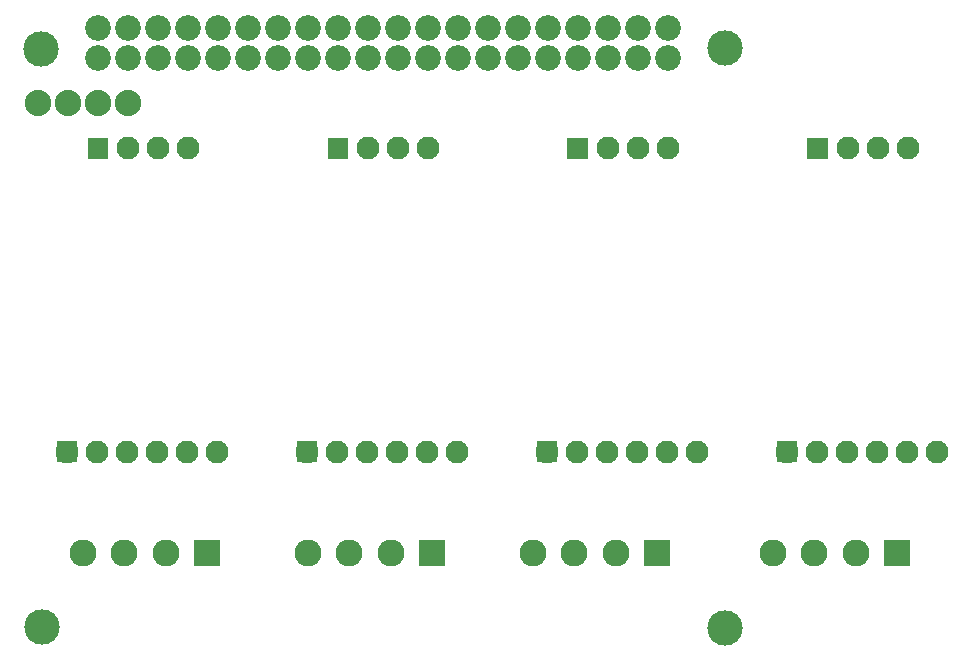
<source format=gts>
G04 MADE WITH FRITZING*
G04 WWW.FRITZING.ORG*
G04 DOUBLE SIDED*
G04 HOLES PLATED*
G04 CONTOUR ON CENTER OF CONTOUR VECTOR*
%ASAXBY*%
%FSLAX23Y23*%
%MOIN*%
%OFA0B0*%
%SFA1.0B1.0*%
%ADD10C,0.090000*%
%ADD11C,0.088000*%
%ADD12C,0.085361*%
%ADD13C,0.118268*%
%ADD14C,0.076555*%
%ADD15C,0.059194*%
%ADD16R,0.090000X0.090000*%
%ADD17R,0.001000X0.001000*%
%LNMASK1*%
G90*
G70*
G54D10*
X707Y388D03*
X569Y388D03*
X431Y388D03*
X293Y388D03*
X3007Y388D03*
X2869Y388D03*
X2731Y388D03*
X2593Y388D03*
X1457Y388D03*
X1319Y388D03*
X1181Y388D03*
X1043Y388D03*
X2207Y388D03*
X2069Y388D03*
X1931Y388D03*
X1793Y388D03*
G54D11*
X443Y1888D03*
X343Y1888D03*
X243Y1888D03*
X143Y1888D03*
G54D12*
X343Y2038D03*
X443Y2038D03*
X543Y2038D03*
X643Y2038D03*
X743Y2038D03*
X843Y2038D03*
X943Y2038D03*
X1043Y2038D03*
X1143Y2038D03*
X1243Y2038D03*
X1343Y2038D03*
X1443Y2038D03*
X1543Y2038D03*
X1643Y2038D03*
X1743Y2038D03*
X1843Y2038D03*
X1943Y2038D03*
X2043Y2038D03*
X2143Y2038D03*
X2243Y2038D03*
X2243Y2138D03*
X2143Y2138D03*
X2043Y2138D03*
X1943Y2138D03*
X1843Y2138D03*
X1743Y2138D03*
X1643Y2138D03*
X1543Y2138D03*
X1443Y2138D03*
X1343Y2138D03*
X1243Y2138D03*
X1143Y2138D03*
X1043Y2138D03*
X943Y2138D03*
X843Y2138D03*
X743Y2138D03*
X643Y2138D03*
X543Y2138D03*
X443Y2138D03*
X343Y2138D03*
G54D13*
X2433Y2072D03*
X153Y2071D03*
X157Y142D03*
X2432Y138D03*
G54D14*
X2741Y726D03*
X2841Y726D03*
X2941Y726D03*
X3041Y726D03*
X3141Y726D03*
X2641Y726D03*
X2843Y1738D03*
X2943Y1738D03*
G54D15*
X2743Y1738D03*
G54D14*
X3043Y1738D03*
X341Y726D03*
X441Y726D03*
X541Y726D03*
X641Y726D03*
X741Y726D03*
X241Y726D03*
X443Y1738D03*
X543Y1738D03*
G54D15*
X343Y1738D03*
G54D14*
X643Y1738D03*
X1141Y726D03*
X1241Y726D03*
X1341Y726D03*
X1441Y726D03*
X1541Y726D03*
X1041Y726D03*
X1243Y1738D03*
X1343Y1738D03*
G54D15*
X1143Y1738D03*
G54D14*
X1443Y1738D03*
X1941Y726D03*
X2041Y726D03*
X2141Y726D03*
X2241Y726D03*
X2341Y726D03*
X1841Y726D03*
X2043Y1738D03*
X2143Y1738D03*
G54D15*
X1943Y1738D03*
G54D14*
X2243Y1738D03*
G54D16*
X707Y388D03*
X3007Y388D03*
X1457Y388D03*
X2207Y388D03*
G54D17*
X309Y1773D02*
X377Y1773D01*
X1109Y1773D02*
X1177Y1773D01*
X1908Y1773D02*
X1977Y1773D01*
X2708Y1773D02*
X2777Y1773D01*
X309Y1772D02*
X377Y1772D01*
X1109Y1772D02*
X1177Y1772D01*
X1908Y1772D02*
X1977Y1772D01*
X2708Y1772D02*
X2777Y1772D01*
X309Y1771D02*
X377Y1771D01*
X1109Y1771D02*
X1177Y1771D01*
X1908Y1771D02*
X1977Y1771D01*
X2708Y1771D02*
X2777Y1771D01*
X309Y1770D02*
X377Y1770D01*
X1109Y1770D02*
X1177Y1770D01*
X1908Y1770D02*
X1977Y1770D01*
X2708Y1770D02*
X2777Y1770D01*
X309Y1769D02*
X377Y1769D01*
X1109Y1769D02*
X1177Y1769D01*
X1908Y1769D02*
X1977Y1769D01*
X2708Y1769D02*
X2777Y1769D01*
X309Y1768D02*
X377Y1768D01*
X1109Y1768D02*
X1177Y1768D01*
X1908Y1768D02*
X1977Y1768D01*
X2708Y1768D02*
X2777Y1768D01*
X309Y1767D02*
X377Y1767D01*
X1109Y1767D02*
X1177Y1767D01*
X1908Y1767D02*
X1977Y1767D01*
X2708Y1767D02*
X2777Y1767D01*
X309Y1766D02*
X377Y1766D01*
X1109Y1766D02*
X1177Y1766D01*
X1908Y1766D02*
X1977Y1766D01*
X2708Y1766D02*
X2777Y1766D01*
X309Y1765D02*
X377Y1765D01*
X1109Y1765D02*
X1177Y1765D01*
X1908Y1765D02*
X1977Y1765D01*
X2708Y1765D02*
X2777Y1765D01*
X309Y1764D02*
X377Y1764D01*
X1109Y1764D02*
X1177Y1764D01*
X1908Y1764D02*
X1977Y1764D01*
X2708Y1764D02*
X2777Y1764D01*
X309Y1763D02*
X377Y1763D01*
X1109Y1763D02*
X1177Y1763D01*
X1908Y1763D02*
X1977Y1763D01*
X2708Y1763D02*
X2777Y1763D01*
X309Y1762D02*
X377Y1762D01*
X1109Y1762D02*
X1177Y1762D01*
X1908Y1762D02*
X1977Y1762D01*
X2708Y1762D02*
X2777Y1762D01*
X309Y1761D02*
X377Y1761D01*
X1109Y1761D02*
X1177Y1761D01*
X1908Y1761D02*
X1977Y1761D01*
X2708Y1761D02*
X2777Y1761D01*
X309Y1760D02*
X377Y1760D01*
X1109Y1760D02*
X1177Y1760D01*
X1908Y1760D02*
X1977Y1760D01*
X2708Y1760D02*
X2777Y1760D01*
X309Y1759D02*
X377Y1759D01*
X1109Y1759D02*
X1177Y1759D01*
X1908Y1759D02*
X1977Y1759D01*
X2708Y1759D02*
X2777Y1759D01*
X309Y1758D02*
X377Y1758D01*
X1109Y1758D02*
X1177Y1758D01*
X1908Y1758D02*
X1977Y1758D01*
X2708Y1758D02*
X2777Y1758D01*
X309Y1757D02*
X377Y1757D01*
X1109Y1757D02*
X1177Y1757D01*
X1908Y1757D02*
X1977Y1757D01*
X2708Y1757D02*
X2777Y1757D01*
X309Y1756D02*
X377Y1756D01*
X1109Y1756D02*
X1177Y1756D01*
X1908Y1756D02*
X1977Y1756D01*
X2708Y1756D02*
X2777Y1756D01*
X309Y1755D02*
X377Y1755D01*
X1109Y1755D02*
X1177Y1755D01*
X1908Y1755D02*
X1977Y1755D01*
X2708Y1755D02*
X2777Y1755D01*
X309Y1754D02*
X377Y1754D01*
X1109Y1754D02*
X1177Y1754D01*
X1908Y1754D02*
X1977Y1754D01*
X2708Y1754D02*
X2777Y1754D01*
X309Y1753D02*
X377Y1753D01*
X1109Y1753D02*
X1177Y1753D01*
X1908Y1753D02*
X1977Y1753D01*
X2708Y1753D02*
X2777Y1753D01*
X309Y1752D02*
X340Y1752D01*
X346Y1752D02*
X377Y1752D01*
X1109Y1752D02*
X1140Y1752D01*
X1146Y1752D02*
X1177Y1752D01*
X1908Y1752D02*
X1940Y1752D01*
X1946Y1752D02*
X1977Y1752D01*
X2708Y1752D02*
X2739Y1752D01*
X2746Y1752D02*
X2777Y1752D01*
X309Y1751D02*
X337Y1751D01*
X349Y1751D02*
X377Y1751D01*
X1109Y1751D02*
X1137Y1751D01*
X1149Y1751D02*
X1177Y1751D01*
X1908Y1751D02*
X1937Y1751D01*
X1949Y1751D02*
X1977Y1751D01*
X2708Y1751D02*
X2736Y1751D01*
X2749Y1751D02*
X2777Y1751D01*
X309Y1750D02*
X335Y1750D01*
X351Y1750D02*
X377Y1750D01*
X1109Y1750D02*
X1135Y1750D01*
X1151Y1750D02*
X1177Y1750D01*
X1908Y1750D02*
X1935Y1750D01*
X1951Y1750D02*
X1977Y1750D01*
X2708Y1750D02*
X2735Y1750D01*
X2751Y1750D02*
X2777Y1750D01*
X309Y1749D02*
X334Y1749D01*
X352Y1749D02*
X377Y1749D01*
X1109Y1749D02*
X1134Y1749D01*
X1152Y1749D02*
X1177Y1749D01*
X1908Y1749D02*
X1934Y1749D01*
X1952Y1749D02*
X1977Y1749D01*
X2708Y1749D02*
X2734Y1749D01*
X2752Y1749D02*
X2777Y1749D01*
X309Y1748D02*
X333Y1748D01*
X353Y1748D02*
X377Y1748D01*
X1109Y1748D02*
X1133Y1748D01*
X1153Y1748D02*
X1177Y1748D01*
X1908Y1748D02*
X1933Y1748D01*
X1953Y1748D02*
X1977Y1748D01*
X2708Y1748D02*
X2732Y1748D01*
X2753Y1748D02*
X2777Y1748D01*
X309Y1747D02*
X332Y1747D01*
X354Y1747D02*
X377Y1747D01*
X1109Y1747D02*
X1132Y1747D01*
X1154Y1747D02*
X1177Y1747D01*
X1908Y1747D02*
X1932Y1747D01*
X1954Y1747D02*
X1977Y1747D01*
X2708Y1747D02*
X2732Y1747D01*
X2754Y1747D02*
X2777Y1747D01*
X309Y1746D02*
X331Y1746D01*
X355Y1746D02*
X377Y1746D01*
X1109Y1746D02*
X1131Y1746D01*
X1155Y1746D02*
X1177Y1746D01*
X1908Y1746D02*
X1931Y1746D01*
X1955Y1746D02*
X1977Y1746D01*
X2708Y1746D02*
X2731Y1746D01*
X2755Y1746D02*
X2777Y1746D01*
X309Y1745D02*
X330Y1745D01*
X355Y1745D02*
X377Y1745D01*
X1109Y1745D02*
X1130Y1745D01*
X1155Y1745D02*
X1177Y1745D01*
X1908Y1745D02*
X1930Y1745D01*
X1955Y1745D02*
X1977Y1745D01*
X2708Y1745D02*
X2730Y1745D01*
X2755Y1745D02*
X2777Y1745D01*
X309Y1744D02*
X330Y1744D01*
X356Y1744D02*
X377Y1744D01*
X1109Y1744D02*
X1130Y1744D01*
X1156Y1744D02*
X1177Y1744D01*
X1908Y1744D02*
X1930Y1744D01*
X1956Y1744D02*
X1977Y1744D01*
X2708Y1744D02*
X2730Y1744D01*
X2756Y1744D02*
X2777Y1744D01*
X309Y1743D02*
X330Y1743D01*
X356Y1743D02*
X377Y1743D01*
X1109Y1743D02*
X1129Y1743D01*
X1156Y1743D02*
X1177Y1743D01*
X1908Y1743D02*
X1929Y1743D01*
X1956Y1743D02*
X1977Y1743D01*
X2708Y1743D02*
X2729Y1743D01*
X2756Y1743D02*
X2777Y1743D01*
X309Y1742D02*
X329Y1742D01*
X357Y1742D02*
X377Y1742D01*
X1109Y1742D02*
X1129Y1742D01*
X1156Y1742D02*
X1177Y1742D01*
X1908Y1742D02*
X1929Y1742D01*
X1956Y1742D02*
X1977Y1742D01*
X2708Y1742D02*
X2729Y1742D01*
X2756Y1742D02*
X2777Y1742D01*
X309Y1741D02*
X329Y1741D01*
X357Y1741D02*
X377Y1741D01*
X1109Y1741D02*
X1129Y1741D01*
X1157Y1741D02*
X1177Y1741D01*
X1908Y1741D02*
X1929Y1741D01*
X1957Y1741D02*
X1977Y1741D01*
X2708Y1741D02*
X2729Y1741D01*
X2757Y1741D02*
X2777Y1741D01*
X309Y1740D02*
X329Y1740D01*
X357Y1740D02*
X377Y1740D01*
X1109Y1740D02*
X1129Y1740D01*
X1157Y1740D02*
X1177Y1740D01*
X1908Y1740D02*
X1929Y1740D01*
X1957Y1740D02*
X1977Y1740D01*
X2708Y1740D02*
X2729Y1740D01*
X2757Y1740D02*
X2777Y1740D01*
X309Y1739D02*
X329Y1739D01*
X357Y1739D02*
X377Y1739D01*
X1109Y1739D02*
X1129Y1739D01*
X1157Y1739D02*
X1177Y1739D01*
X1908Y1739D02*
X1929Y1739D01*
X1957Y1739D02*
X1977Y1739D01*
X2708Y1739D02*
X2729Y1739D01*
X2757Y1739D02*
X2777Y1739D01*
X309Y1738D02*
X329Y1738D01*
X357Y1738D02*
X377Y1738D01*
X1109Y1738D02*
X1129Y1738D01*
X1157Y1738D02*
X1177Y1738D01*
X1908Y1738D02*
X1929Y1738D01*
X1957Y1738D02*
X1977Y1738D01*
X2708Y1738D02*
X2729Y1738D01*
X2757Y1738D02*
X2777Y1738D01*
X309Y1737D02*
X329Y1737D01*
X357Y1737D02*
X377Y1737D01*
X1109Y1737D02*
X1129Y1737D01*
X1157Y1737D02*
X1177Y1737D01*
X1908Y1737D02*
X1929Y1737D01*
X1957Y1737D02*
X1977Y1737D01*
X2708Y1737D02*
X2729Y1737D01*
X2757Y1737D02*
X2777Y1737D01*
X309Y1736D02*
X329Y1736D01*
X357Y1736D02*
X377Y1736D01*
X1109Y1736D02*
X1129Y1736D01*
X1157Y1736D02*
X1177Y1736D01*
X1908Y1736D02*
X1929Y1736D01*
X1957Y1736D02*
X1977Y1736D01*
X2708Y1736D02*
X2729Y1736D01*
X2757Y1736D02*
X2777Y1736D01*
X309Y1735D02*
X329Y1735D01*
X356Y1735D02*
X377Y1735D01*
X1109Y1735D02*
X1129Y1735D01*
X1156Y1735D02*
X1177Y1735D01*
X1908Y1735D02*
X1929Y1735D01*
X1956Y1735D02*
X1977Y1735D01*
X2708Y1735D02*
X2729Y1735D01*
X2756Y1735D02*
X2777Y1735D01*
X309Y1734D02*
X330Y1734D01*
X356Y1734D02*
X377Y1734D01*
X1109Y1734D02*
X1130Y1734D01*
X1156Y1734D02*
X1177Y1734D01*
X1908Y1734D02*
X1930Y1734D01*
X1956Y1734D02*
X1977Y1734D01*
X2708Y1734D02*
X2730Y1734D01*
X2756Y1734D02*
X2777Y1734D01*
X309Y1733D02*
X330Y1733D01*
X356Y1733D02*
X377Y1733D01*
X1109Y1733D02*
X1130Y1733D01*
X1156Y1733D02*
X1177Y1733D01*
X1908Y1733D02*
X1930Y1733D01*
X1956Y1733D02*
X1977Y1733D01*
X2708Y1733D02*
X2730Y1733D01*
X2756Y1733D02*
X2777Y1733D01*
X309Y1732D02*
X331Y1732D01*
X355Y1732D02*
X377Y1732D01*
X1109Y1732D02*
X1131Y1732D01*
X1155Y1732D02*
X1177Y1732D01*
X1908Y1732D02*
X1931Y1732D01*
X1955Y1732D02*
X1977Y1732D01*
X2708Y1732D02*
X2731Y1732D01*
X2755Y1732D02*
X2777Y1732D01*
X309Y1731D02*
X331Y1731D01*
X354Y1731D02*
X377Y1731D01*
X1109Y1731D02*
X1131Y1731D01*
X1154Y1731D02*
X1177Y1731D01*
X1908Y1731D02*
X1931Y1731D01*
X1954Y1731D02*
X1977Y1731D01*
X2708Y1731D02*
X2731Y1731D01*
X2754Y1731D02*
X2777Y1731D01*
X309Y1730D02*
X332Y1730D01*
X354Y1730D02*
X377Y1730D01*
X1109Y1730D02*
X1132Y1730D01*
X1154Y1730D02*
X1177Y1730D01*
X1908Y1730D02*
X1932Y1730D01*
X1954Y1730D02*
X1977Y1730D01*
X2708Y1730D02*
X2732Y1730D01*
X2753Y1730D02*
X2777Y1730D01*
X309Y1729D02*
X333Y1729D01*
X353Y1729D02*
X377Y1729D01*
X1109Y1729D02*
X1133Y1729D01*
X1153Y1729D02*
X1177Y1729D01*
X1908Y1729D02*
X1933Y1729D01*
X1953Y1729D02*
X1977Y1729D01*
X2708Y1729D02*
X2733Y1729D01*
X2753Y1729D02*
X2777Y1729D01*
X309Y1728D02*
X334Y1728D01*
X352Y1728D02*
X377Y1728D01*
X1109Y1728D02*
X1134Y1728D01*
X1151Y1728D02*
X1177Y1728D01*
X1908Y1728D02*
X1934Y1728D01*
X1951Y1728D02*
X1977Y1728D01*
X2708Y1728D02*
X2734Y1728D01*
X2751Y1728D02*
X2777Y1728D01*
X309Y1727D02*
X336Y1727D01*
X350Y1727D02*
X377Y1727D01*
X1109Y1727D02*
X1136Y1727D01*
X1150Y1727D02*
X1177Y1727D01*
X1908Y1727D02*
X1936Y1727D01*
X1950Y1727D02*
X1977Y1727D01*
X2708Y1727D02*
X2736Y1727D01*
X2750Y1727D02*
X2777Y1727D01*
X309Y1726D02*
X338Y1726D01*
X348Y1726D02*
X377Y1726D01*
X1109Y1726D02*
X1138Y1726D01*
X1148Y1726D02*
X1177Y1726D01*
X1908Y1726D02*
X1938Y1726D01*
X1948Y1726D02*
X1977Y1726D01*
X2708Y1726D02*
X2738Y1726D01*
X2748Y1726D02*
X2777Y1726D01*
X309Y1725D02*
X377Y1725D01*
X1109Y1725D02*
X1177Y1725D01*
X1908Y1725D02*
X1977Y1725D01*
X2708Y1725D02*
X2777Y1725D01*
X309Y1724D02*
X377Y1724D01*
X1109Y1724D02*
X1177Y1724D01*
X1908Y1724D02*
X1977Y1724D01*
X2708Y1724D02*
X2777Y1724D01*
X309Y1723D02*
X377Y1723D01*
X1109Y1723D02*
X1177Y1723D01*
X1908Y1723D02*
X1977Y1723D01*
X2708Y1723D02*
X2777Y1723D01*
X309Y1722D02*
X377Y1722D01*
X1109Y1722D02*
X1177Y1722D01*
X1908Y1722D02*
X1977Y1722D01*
X2708Y1722D02*
X2777Y1722D01*
X309Y1721D02*
X377Y1721D01*
X1109Y1721D02*
X1177Y1721D01*
X1908Y1721D02*
X1977Y1721D01*
X2708Y1721D02*
X2777Y1721D01*
X309Y1720D02*
X377Y1720D01*
X1109Y1720D02*
X1177Y1720D01*
X1908Y1720D02*
X1977Y1720D01*
X2708Y1720D02*
X2777Y1720D01*
X309Y1719D02*
X377Y1719D01*
X1109Y1719D02*
X1177Y1719D01*
X1908Y1719D02*
X1977Y1719D01*
X2708Y1719D02*
X2777Y1719D01*
X309Y1718D02*
X377Y1718D01*
X1109Y1718D02*
X1177Y1718D01*
X1908Y1718D02*
X1977Y1718D01*
X2708Y1718D02*
X2777Y1718D01*
X309Y1717D02*
X377Y1717D01*
X1109Y1717D02*
X1177Y1717D01*
X1908Y1717D02*
X1977Y1717D01*
X2708Y1717D02*
X2777Y1717D01*
X309Y1716D02*
X377Y1716D01*
X1109Y1716D02*
X1177Y1716D01*
X1908Y1716D02*
X1977Y1716D01*
X2708Y1716D02*
X2777Y1716D01*
X309Y1715D02*
X377Y1715D01*
X1109Y1715D02*
X1177Y1715D01*
X1908Y1715D02*
X1977Y1715D01*
X2708Y1715D02*
X2777Y1715D01*
X309Y1714D02*
X377Y1714D01*
X1109Y1714D02*
X1177Y1714D01*
X1908Y1714D02*
X1977Y1714D01*
X2708Y1714D02*
X2777Y1714D01*
X309Y1713D02*
X377Y1713D01*
X1109Y1713D02*
X1177Y1713D01*
X1908Y1713D02*
X1977Y1713D01*
X2708Y1713D02*
X2777Y1713D01*
X309Y1712D02*
X377Y1712D01*
X1109Y1712D02*
X1177Y1712D01*
X1908Y1712D02*
X1977Y1712D01*
X2708Y1712D02*
X2777Y1712D01*
X309Y1711D02*
X377Y1711D01*
X1109Y1711D02*
X1177Y1711D01*
X1908Y1711D02*
X1977Y1711D01*
X2708Y1711D02*
X2777Y1711D01*
X309Y1710D02*
X377Y1710D01*
X1109Y1710D02*
X1177Y1710D01*
X1908Y1710D02*
X1977Y1710D01*
X2708Y1710D02*
X2777Y1710D01*
X309Y1709D02*
X377Y1709D01*
X1109Y1709D02*
X1177Y1709D01*
X1908Y1709D02*
X1977Y1709D01*
X2708Y1709D02*
X2777Y1709D01*
X309Y1708D02*
X377Y1708D01*
X1109Y1708D02*
X1177Y1708D01*
X1908Y1708D02*
X1977Y1708D01*
X2708Y1708D02*
X2777Y1708D01*
X309Y1707D02*
X377Y1707D01*
X1109Y1707D02*
X1177Y1707D01*
X1908Y1707D02*
X1977Y1707D01*
X2708Y1707D02*
X2777Y1707D01*
X309Y1706D02*
X377Y1706D01*
X1109Y1706D02*
X1177Y1706D01*
X1908Y1706D02*
X1977Y1706D01*
X2708Y1706D02*
X2777Y1706D01*
X309Y1705D02*
X377Y1705D01*
X1109Y1705D02*
X1177Y1705D01*
X1908Y1705D02*
X1977Y1705D01*
X2708Y1705D02*
X2777Y1705D01*
X309Y1704D02*
X377Y1704D01*
X1109Y1704D02*
X1177Y1704D01*
X1909Y1704D02*
X1977Y1704D01*
X2709Y1704D02*
X2777Y1704D01*
X206Y761D02*
X274Y761D01*
X1006Y761D02*
X1074Y761D01*
X1806Y761D02*
X1874Y761D01*
X2606Y761D02*
X2674Y761D01*
X206Y760D02*
X274Y760D01*
X1006Y760D02*
X1074Y760D01*
X1806Y760D02*
X1874Y760D01*
X2606Y760D02*
X2674Y760D01*
X206Y759D02*
X274Y759D01*
X1006Y759D02*
X1074Y759D01*
X1806Y759D02*
X1874Y759D01*
X2606Y759D02*
X2674Y759D01*
X206Y758D02*
X274Y758D01*
X1006Y758D02*
X1074Y758D01*
X1806Y758D02*
X1874Y758D01*
X2606Y758D02*
X2674Y758D01*
X206Y757D02*
X274Y757D01*
X1006Y757D02*
X1074Y757D01*
X1806Y757D02*
X1874Y757D01*
X2606Y757D02*
X2674Y757D01*
X206Y756D02*
X274Y756D01*
X1006Y756D02*
X1074Y756D01*
X1806Y756D02*
X1874Y756D01*
X2606Y756D02*
X2674Y756D01*
X206Y755D02*
X274Y755D01*
X1006Y755D02*
X1074Y755D01*
X1806Y755D02*
X1874Y755D01*
X2606Y755D02*
X2674Y755D01*
X206Y754D02*
X274Y754D01*
X1006Y754D02*
X1074Y754D01*
X1806Y754D02*
X1874Y754D01*
X2606Y754D02*
X2674Y754D01*
X206Y753D02*
X274Y753D01*
X1006Y753D02*
X1074Y753D01*
X1806Y753D02*
X1874Y753D01*
X2606Y753D02*
X2674Y753D01*
X206Y752D02*
X274Y752D01*
X1006Y752D02*
X1074Y752D01*
X1806Y752D02*
X1874Y752D01*
X2606Y752D02*
X2674Y752D01*
X206Y751D02*
X274Y751D01*
X1006Y751D02*
X1074Y751D01*
X1806Y751D02*
X1874Y751D01*
X2606Y751D02*
X2674Y751D01*
X206Y750D02*
X274Y750D01*
X1006Y750D02*
X1074Y750D01*
X1806Y750D02*
X1874Y750D01*
X2606Y750D02*
X2674Y750D01*
X206Y749D02*
X274Y749D01*
X1006Y749D02*
X1074Y749D01*
X1806Y749D02*
X1874Y749D01*
X2606Y749D02*
X2674Y749D01*
X206Y748D02*
X274Y748D01*
X1006Y748D02*
X1074Y748D01*
X1806Y748D02*
X1874Y748D01*
X2606Y748D02*
X2674Y748D01*
X206Y747D02*
X274Y747D01*
X1006Y747D02*
X1074Y747D01*
X1806Y747D02*
X1874Y747D01*
X2606Y747D02*
X2674Y747D01*
X206Y746D02*
X274Y746D01*
X1006Y746D02*
X1074Y746D01*
X1806Y746D02*
X1874Y746D01*
X2606Y746D02*
X2674Y746D01*
X206Y745D02*
X274Y745D01*
X1006Y745D02*
X1074Y745D01*
X1806Y745D02*
X1874Y745D01*
X2606Y745D02*
X2674Y745D01*
X206Y744D02*
X274Y744D01*
X1006Y744D02*
X1074Y744D01*
X1806Y744D02*
X1874Y744D01*
X2606Y744D02*
X2674Y744D01*
X206Y743D02*
X274Y743D01*
X1006Y743D02*
X1074Y743D01*
X1806Y743D02*
X1874Y743D01*
X2606Y743D02*
X2674Y743D01*
X206Y742D02*
X274Y742D01*
X1006Y742D02*
X1074Y742D01*
X1806Y742D02*
X1874Y742D01*
X2606Y742D02*
X2674Y742D01*
X206Y741D02*
X274Y741D01*
X1006Y741D02*
X1074Y741D01*
X1806Y741D02*
X1874Y741D01*
X2606Y741D02*
X2674Y741D01*
X206Y740D02*
X237Y740D01*
X243Y740D02*
X274Y740D01*
X1006Y740D02*
X1037Y740D01*
X1043Y740D02*
X1074Y740D01*
X1806Y740D02*
X1837Y740D01*
X1843Y740D02*
X1874Y740D01*
X2606Y740D02*
X2637Y740D01*
X2643Y740D02*
X2674Y740D01*
X206Y739D02*
X234Y739D01*
X246Y739D02*
X274Y739D01*
X1006Y739D02*
X1034Y739D01*
X1046Y739D02*
X1074Y739D01*
X1806Y739D02*
X1834Y739D01*
X1846Y739D02*
X1874Y739D01*
X2606Y739D02*
X2634Y739D01*
X2646Y739D02*
X2674Y739D01*
X206Y738D02*
X232Y738D01*
X248Y738D02*
X274Y738D01*
X1006Y738D02*
X1032Y738D01*
X1048Y738D02*
X1074Y738D01*
X1806Y738D02*
X1832Y738D01*
X1848Y738D02*
X1874Y738D01*
X2606Y738D02*
X2632Y738D01*
X2648Y738D02*
X2674Y738D01*
X206Y737D02*
X231Y737D01*
X249Y737D02*
X274Y737D01*
X1006Y737D02*
X1031Y737D01*
X1049Y737D02*
X1074Y737D01*
X1806Y737D02*
X1831Y737D01*
X1849Y737D02*
X1874Y737D01*
X2606Y737D02*
X2631Y737D01*
X2649Y737D02*
X2674Y737D01*
X206Y736D02*
X230Y736D01*
X250Y736D02*
X274Y736D01*
X1006Y736D02*
X1030Y736D01*
X1050Y736D02*
X1074Y736D01*
X1806Y736D02*
X1830Y736D01*
X1850Y736D02*
X1874Y736D01*
X2606Y736D02*
X2630Y736D01*
X2650Y736D02*
X2674Y736D01*
X206Y735D02*
X229Y735D01*
X251Y735D02*
X274Y735D01*
X1006Y735D02*
X1029Y735D01*
X1051Y735D02*
X1074Y735D01*
X1806Y735D02*
X1829Y735D01*
X1851Y735D02*
X1874Y735D01*
X2606Y735D02*
X2629Y735D01*
X2651Y735D02*
X2674Y735D01*
X206Y734D02*
X228Y734D01*
X252Y734D02*
X274Y734D01*
X1006Y734D02*
X1028Y734D01*
X1052Y734D02*
X1074Y734D01*
X1806Y734D02*
X1828Y734D01*
X1852Y734D02*
X1874Y734D01*
X2606Y734D02*
X2628Y734D01*
X2652Y734D02*
X2674Y734D01*
X206Y733D02*
X228Y733D01*
X253Y733D02*
X274Y733D01*
X1006Y733D02*
X1028Y733D01*
X1053Y733D02*
X1074Y733D01*
X1806Y733D02*
X1828Y733D01*
X1852Y733D02*
X1874Y733D01*
X2606Y733D02*
X2628Y733D01*
X2652Y733D02*
X2674Y733D01*
X206Y732D02*
X227Y732D01*
X253Y732D02*
X274Y732D01*
X1006Y732D02*
X1027Y732D01*
X1053Y732D02*
X1074Y732D01*
X1806Y732D02*
X1827Y732D01*
X1853Y732D02*
X1874Y732D01*
X2606Y732D02*
X2627Y732D01*
X2653Y732D02*
X2674Y732D01*
X206Y731D02*
X227Y731D01*
X253Y731D02*
X274Y731D01*
X1006Y731D02*
X1027Y731D01*
X1053Y731D02*
X1074Y731D01*
X1806Y731D02*
X1827Y731D01*
X1853Y731D02*
X1874Y731D01*
X2606Y731D02*
X2627Y731D01*
X2653Y731D02*
X2674Y731D01*
X206Y730D02*
X226Y730D01*
X254Y730D02*
X274Y730D01*
X1006Y730D02*
X1026Y730D01*
X1054Y730D02*
X1074Y730D01*
X1806Y730D02*
X1826Y730D01*
X1854Y730D02*
X1874Y730D01*
X2606Y730D02*
X2626Y730D01*
X2654Y730D02*
X2674Y730D01*
X206Y729D02*
X226Y729D01*
X254Y729D02*
X274Y729D01*
X1006Y729D02*
X1026Y729D01*
X1054Y729D02*
X1074Y729D01*
X1806Y729D02*
X1826Y729D01*
X1854Y729D02*
X1874Y729D01*
X2606Y729D02*
X2626Y729D01*
X2654Y729D02*
X2674Y729D01*
X206Y728D02*
X226Y728D01*
X254Y728D02*
X274Y728D01*
X1006Y728D02*
X1026Y728D01*
X1054Y728D02*
X1074Y728D01*
X1806Y728D02*
X1826Y728D01*
X1854Y728D02*
X1874Y728D01*
X2606Y728D02*
X2626Y728D01*
X2654Y728D02*
X2674Y728D01*
X206Y727D02*
X226Y727D01*
X254Y727D02*
X274Y727D01*
X1006Y727D02*
X1026Y727D01*
X1054Y727D02*
X1074Y727D01*
X1806Y727D02*
X1826Y727D01*
X1854Y727D02*
X1874Y727D01*
X2606Y727D02*
X2626Y727D01*
X2654Y727D02*
X2674Y727D01*
X206Y726D02*
X226Y726D01*
X254Y726D02*
X274Y726D01*
X1006Y726D02*
X1026Y726D01*
X1054Y726D02*
X1074Y726D01*
X1806Y726D02*
X1826Y726D01*
X1854Y726D02*
X1874Y726D01*
X2606Y726D02*
X2626Y726D01*
X2654Y726D02*
X2674Y726D01*
X206Y725D02*
X226Y725D01*
X254Y725D02*
X274Y725D01*
X1006Y725D02*
X1026Y725D01*
X1054Y725D02*
X1074Y725D01*
X1806Y725D02*
X1826Y725D01*
X1854Y725D02*
X1874Y725D01*
X2606Y725D02*
X2626Y725D01*
X2654Y725D02*
X2674Y725D01*
X206Y724D02*
X226Y724D01*
X254Y724D02*
X274Y724D01*
X1006Y724D02*
X1026Y724D01*
X1054Y724D02*
X1074Y724D01*
X1806Y724D02*
X1826Y724D01*
X1854Y724D02*
X1874Y724D01*
X2606Y724D02*
X2626Y724D01*
X2654Y724D02*
X2674Y724D01*
X206Y723D02*
X227Y723D01*
X254Y723D02*
X274Y723D01*
X1006Y723D02*
X1027Y723D01*
X1054Y723D02*
X1074Y723D01*
X1806Y723D02*
X1827Y723D01*
X1854Y723D02*
X1874Y723D01*
X2606Y723D02*
X2626Y723D01*
X2654Y723D02*
X2674Y723D01*
X206Y722D02*
X227Y722D01*
X253Y722D02*
X274Y722D01*
X1006Y722D02*
X1027Y722D01*
X1053Y722D02*
X1074Y722D01*
X1806Y722D02*
X1827Y722D01*
X1853Y722D02*
X1874Y722D01*
X2606Y722D02*
X2627Y722D01*
X2653Y722D02*
X2674Y722D01*
X206Y721D02*
X227Y721D01*
X253Y721D02*
X274Y721D01*
X1006Y721D02*
X1027Y721D01*
X1053Y721D02*
X1074Y721D01*
X1806Y721D02*
X1827Y721D01*
X1853Y721D02*
X1874Y721D01*
X2606Y721D02*
X2627Y721D01*
X2653Y721D02*
X2674Y721D01*
X206Y720D02*
X228Y720D01*
X252Y720D02*
X274Y720D01*
X1006Y720D02*
X1028Y720D01*
X1052Y720D02*
X1074Y720D01*
X1806Y720D02*
X1828Y720D01*
X1852Y720D02*
X1874Y720D01*
X2606Y720D02*
X2628Y720D01*
X2652Y720D02*
X2674Y720D01*
X206Y719D02*
X229Y719D01*
X252Y719D02*
X274Y719D01*
X1006Y719D02*
X1028Y719D01*
X1052Y719D02*
X1074Y719D01*
X1806Y719D02*
X1828Y719D01*
X1852Y719D02*
X1874Y719D01*
X2606Y719D02*
X2628Y719D01*
X2652Y719D02*
X2674Y719D01*
X206Y718D02*
X229Y718D01*
X251Y718D02*
X274Y718D01*
X1006Y718D02*
X1029Y718D01*
X1051Y718D02*
X1074Y718D01*
X1806Y718D02*
X1829Y718D01*
X1851Y718D02*
X1874Y718D01*
X2606Y718D02*
X2629Y718D01*
X2651Y718D02*
X2674Y718D01*
X206Y717D02*
X230Y717D01*
X250Y717D02*
X274Y717D01*
X1006Y717D02*
X1030Y717D01*
X1050Y717D02*
X1074Y717D01*
X1806Y717D02*
X1830Y717D01*
X1850Y717D02*
X1874Y717D01*
X2606Y717D02*
X2630Y717D01*
X2650Y717D02*
X2674Y717D01*
X206Y716D02*
X231Y716D01*
X249Y716D02*
X274Y716D01*
X1006Y716D02*
X1031Y716D01*
X1049Y716D02*
X1074Y716D01*
X1806Y716D02*
X1831Y716D01*
X1849Y716D02*
X1874Y716D01*
X2606Y716D02*
X2631Y716D01*
X2649Y716D02*
X2674Y716D01*
X206Y715D02*
X233Y715D01*
X247Y715D02*
X274Y715D01*
X1006Y715D02*
X1033Y715D01*
X1047Y715D02*
X1074Y715D01*
X1806Y715D02*
X1833Y715D01*
X1847Y715D02*
X1874Y715D01*
X2606Y715D02*
X2633Y715D01*
X2647Y715D02*
X2674Y715D01*
X206Y714D02*
X235Y714D01*
X245Y714D02*
X274Y714D01*
X1006Y714D02*
X1035Y714D01*
X1045Y714D02*
X1074Y714D01*
X1806Y714D02*
X1835Y714D01*
X1845Y714D02*
X1874Y714D01*
X2606Y714D02*
X2635Y714D01*
X2645Y714D02*
X2674Y714D01*
X206Y713D02*
X274Y713D01*
X1006Y713D02*
X1074Y713D01*
X1806Y713D02*
X1874Y713D01*
X2606Y713D02*
X2674Y713D01*
X206Y712D02*
X274Y712D01*
X1006Y712D02*
X1074Y712D01*
X1806Y712D02*
X1874Y712D01*
X2606Y712D02*
X2674Y712D01*
X206Y711D02*
X274Y711D01*
X1006Y711D02*
X1074Y711D01*
X1806Y711D02*
X1874Y711D01*
X2606Y711D02*
X2674Y711D01*
X206Y710D02*
X274Y710D01*
X1006Y710D02*
X1074Y710D01*
X1806Y710D02*
X1874Y710D01*
X2606Y710D02*
X2674Y710D01*
X206Y709D02*
X274Y709D01*
X1006Y709D02*
X1074Y709D01*
X1806Y709D02*
X1874Y709D01*
X2606Y709D02*
X2674Y709D01*
X206Y708D02*
X274Y708D01*
X1006Y708D02*
X1074Y708D01*
X1806Y708D02*
X1874Y708D01*
X2606Y708D02*
X2674Y708D01*
X206Y707D02*
X274Y707D01*
X1006Y707D02*
X1074Y707D01*
X1806Y707D02*
X1874Y707D01*
X2606Y707D02*
X2674Y707D01*
X206Y706D02*
X274Y706D01*
X1006Y706D02*
X1074Y706D01*
X1806Y706D02*
X1874Y706D01*
X2606Y706D02*
X2674Y706D01*
X206Y705D02*
X274Y705D01*
X1006Y705D02*
X1074Y705D01*
X1806Y705D02*
X1874Y705D01*
X2606Y705D02*
X2674Y705D01*
X206Y704D02*
X274Y704D01*
X1006Y704D02*
X1074Y704D01*
X1806Y704D02*
X1874Y704D01*
X2606Y704D02*
X2674Y704D01*
X206Y703D02*
X274Y703D01*
X1006Y703D02*
X1074Y703D01*
X1806Y703D02*
X1874Y703D01*
X2606Y703D02*
X2674Y703D01*
X206Y702D02*
X274Y702D01*
X1006Y702D02*
X1074Y702D01*
X1806Y702D02*
X1874Y702D01*
X2606Y702D02*
X2674Y702D01*
X206Y701D02*
X274Y701D01*
X1006Y701D02*
X1074Y701D01*
X1806Y701D02*
X1874Y701D01*
X2606Y701D02*
X2674Y701D01*
X206Y700D02*
X274Y700D01*
X1006Y700D02*
X1074Y700D01*
X1806Y700D02*
X1874Y700D01*
X2606Y700D02*
X2674Y700D01*
X206Y699D02*
X274Y699D01*
X1006Y699D02*
X1074Y699D01*
X1806Y699D02*
X1874Y699D01*
X2606Y699D02*
X2674Y699D01*
X206Y698D02*
X274Y698D01*
X1006Y698D02*
X1074Y698D01*
X1806Y698D02*
X1874Y698D01*
X2606Y698D02*
X2674Y698D01*
X206Y697D02*
X274Y697D01*
X1006Y697D02*
X1074Y697D01*
X1806Y697D02*
X1874Y697D01*
X2606Y697D02*
X2674Y697D01*
X206Y696D02*
X274Y696D01*
X1006Y696D02*
X1074Y696D01*
X1806Y696D02*
X1874Y696D01*
X2606Y696D02*
X2674Y696D01*
X206Y695D02*
X274Y695D01*
X1006Y695D02*
X1074Y695D01*
X1806Y695D02*
X1874Y695D01*
X2606Y695D02*
X2674Y695D01*
X206Y694D02*
X274Y694D01*
X1006Y694D02*
X1074Y694D01*
X1806Y694D02*
X1874Y694D01*
X2606Y694D02*
X2674Y694D01*
X206Y693D02*
X274Y693D01*
X1006Y693D02*
X1074Y693D01*
X1806Y693D02*
X1874Y693D01*
X2606Y693D02*
X2674Y693D01*
X206Y692D02*
X274Y692D01*
X1006Y692D02*
X1074Y692D01*
X1806Y692D02*
X1874Y692D01*
X2606Y692D02*
X2674Y692D01*
D02*
G04 End of Mask1*
M02*
</source>
